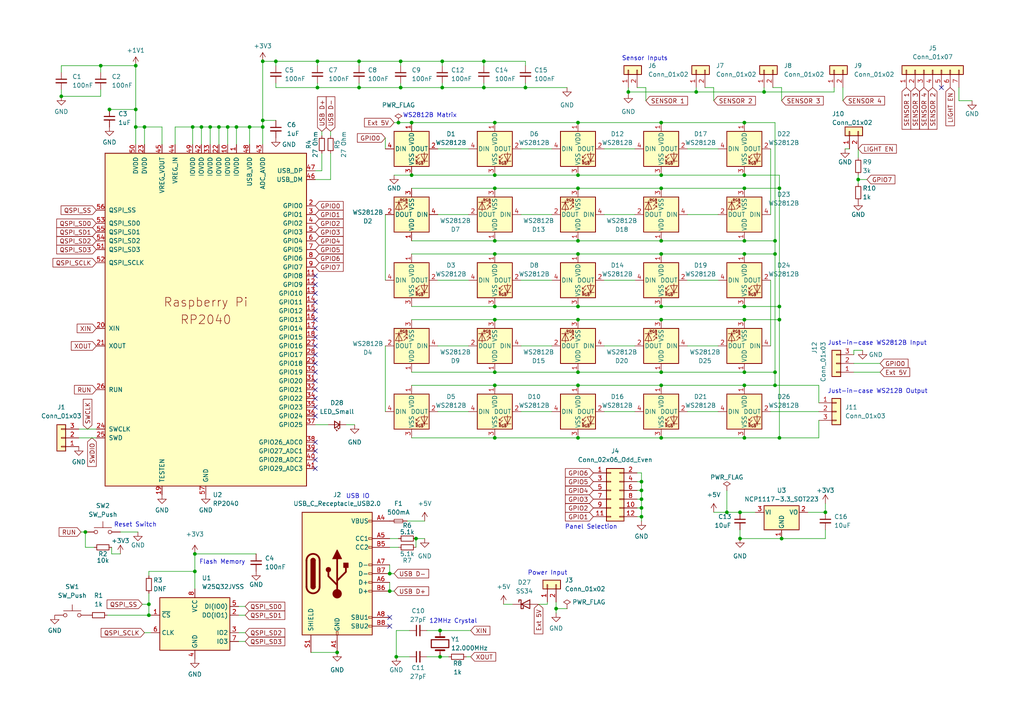
<source format=kicad_sch>
(kicad_sch (version 20230121) (generator eeschema)
  (paper "A4")
  (junction (at 140.335 25.4))
  (junction (at 55.88 36.83))
  (junction (at 167.64 92.71))
  (junction (at 226.06 127))
  (junction (at 191.77 73.66))
  (junction (at 104.14 25.4))
  (junction (at 68.58 36.83))
  (junction (at 215.9 35.56))
  (junction (at 191.77 35.56))
  (junction (at 215.9 54.61))
  (junction (at 143.51 50.8))
  (junction (at 58.42 36.83))
  (junction (at 161.29 176.53))
  (junction (at 113.03 166.37))
  (junction (at 116.205 25.4))
  (junction (at 215.9 111.76))
  (junction (at 215.9 50.8))
  (junction (at 167.64 54.61))
  (junction (at 167.64 50.8))
  (junction (at 127.635 190.5))
  (junction (at 119.38 35.56))
  (junction (at 60.96 36.83))
  (junction (at 201.93 26.67))
  (junction (at 186.055 147.32))
  (junction (at 143.51 69.85))
  (junction (at 39.37 19.05))
  (junction (at 113.03 171.45))
  (junction (at 191.77 88.9))
  (junction (at 116.205 17.78))
  (junction (at 143.51 88.9))
  (junction (at 143.51 73.66))
  (junction (at 143.51 127))
  (junction (at 214.63 148.59))
  (junction (at 215.9 73.66))
  (junction (at 39.37 31.75))
  (junction (at 215.9 92.71))
  (junction (at 115.57 35.56))
  (junction (at 17.78 27.94))
  (junction (at 43.18 175.26))
  (junction (at 72.39 36.83))
  (junction (at 210.82 148.59))
  (junction (at 143.51 107.95))
  (junction (at 127.635 182.88))
  (junction (at 167.64 69.85))
  (junction (at 191.77 92.71))
  (junction (at 215.9 69.85))
  (junction (at 143.51 54.61))
  (junction (at 215.9 127))
  (junction (at 41.91 36.83))
  (junction (at 128.27 17.78))
  (junction (at 143.51 35.56))
  (junction (at 24.765 154.305))
  (junction (at 215.9 107.95))
  (junction (at 31.75 31.75))
  (junction (at 29.21 19.05))
  (junction (at 128.27 25.4))
  (junction (at 80.01 17.78))
  (junction (at 63.5 36.83))
  (junction (at 224.79 107.95))
  (junction (at 76.2 34.925))
  (junction (at 191.77 111.76))
  (junction (at 167.64 88.9))
  (junction (at 66.04 36.83))
  (junction (at 191.77 127))
  (junction (at 56.515 160.655))
  (junction (at 143.51 111.76))
  (junction (at 97.79 189.23))
  (junction (at 226.06 88.9))
  (junction (at 39.37 36.83))
  (junction (at 191.77 50.8))
  (junction (at 186.055 144.78))
  (junction (at 104.14 17.78))
  (junction (at 221.615 26.67))
  (junction (at 239.395 148.59))
  (junction (at 56.515 165.735))
  (junction (at 114.935 190.5))
  (junction (at 186.055 149.86))
  (junction (at 92.075 25.4))
  (junction (at 224.79 73.66))
  (junction (at 226.695 156.21))
  (junction (at 43.18 178.435))
  (junction (at 226.06 54.61))
  (junction (at 140.335 17.78))
  (junction (at 92.075 17.78))
  (junction (at 76.2 17.78))
  (junction (at 226.06 92.71))
  (junction (at 215.9 88.9))
  (junction (at 224.79 69.85))
  (junction (at 186.055 139.7))
  (junction (at 214.63 156.21))
  (junction (at 167.64 107.95))
  (junction (at 167.64 35.56))
  (junction (at 119.38 50.8))
  (junction (at 120.65 156.21))
  (junction (at 248.92 52.07))
  (junction (at 224.79 111.76))
  (junction (at 186.055 142.24))
  (junction (at 167.64 111.76))
  (junction (at 152.4 25.4))
  (junction (at 191.77 54.61))
  (junction (at 182.245 26.67))
  (junction (at 143.51 92.71))
  (junction (at 167.64 127))
  (junction (at 167.64 73.66))
  (junction (at 191.77 107.95))
  (junction (at 191.77 69.85))
  (junction (at 76.2 36.83))
  (no_connect (at 91.44 115.57))
  (no_connect (at 91.44 102.87))
  (no_connect (at 91.44 80.01))
  (no_connect (at 91.44 100.33))
  (no_connect (at 91.44 128.27))
  (no_connect (at 91.44 135.89))
  (no_connect (at 113.03 181.61))
  (no_connect (at 91.44 105.41))
  (no_connect (at 91.44 110.49))
  (no_connect (at 113.03 179.07))
  (no_connect (at 91.44 82.55))
  (no_connect (at 91.44 97.79))
  (no_connect (at 91.44 92.71))
  (no_connect (at 91.44 113.03))
  (no_connect (at 91.44 90.17))
  (no_connect (at 91.44 133.35))
  (no_connect (at 91.44 95.25))
  (no_connect (at 91.44 85.09))
  (no_connect (at 273.05 25.4))
  (no_connect (at 91.44 120.65))
  (no_connect (at 91.44 87.63))
  (no_connect (at 91.44 130.81))
  (no_connect (at 91.44 118.11))
  (no_connect (at 91.44 107.95))
  (wire (pts (xy 186.055 139.7) (xy 186.055 137.16)))
  (wire (pts (xy 32.385 158.75) (xy 32.385 160.655)))
  (wire (pts (xy 237.49 111.76) (xy 224.79 111.76)))
  (wire (pts (xy 191.77 107.95) (xy 215.9 107.95)))
  (wire (pts (xy 152.4 17.78) (xy 152.4 19.05)))
  (wire (pts (xy 113.03 168.91) (xy 113.03 171.45)))
  (wire (pts (xy 191.77 92.71) (xy 215.9 92.71)))
  (wire (pts (xy 245.11 43.18) (xy 246.38 43.18)))
  (wire (pts (xy 92.075 24.13) (xy 92.075 25.4)))
  (wire (pts (xy 239.395 156.21) (xy 239.395 153.67)))
  (wire (pts (xy 201.93 26.67) (xy 201.93 25.4)))
  (wire (pts (xy 29.21 26.035) (xy 29.21 27.94)))
  (wire (pts (xy 69.215 175.895) (xy 71.12 175.895)))
  (wire (pts (xy 140.335 17.78) (xy 140.335 19.05)))
  (wire (pts (xy 31.75 32.385) (xy 31.75 31.75)))
  (wire (pts (xy 111.76 100.33) (xy 111.76 119.38)))
  (wire (pts (xy 66.04 36.83) (xy 68.58 36.83)))
  (wire (pts (xy 210.82 148.59) (xy 214.63 148.59)))
  (wire (pts (xy 114.935 190.5) (xy 118.745 190.5)))
  (wire (pts (xy 167.64 127) (xy 191.77 127)))
  (wire (pts (xy 43.815 178.435) (xy 43.18 178.435)))
  (wire (pts (xy 24.765 158.75) (xy 27.305 158.75)))
  (wire (pts (xy 215.9 35.56) (xy 224.79 35.56)))
  (wire (pts (xy 175.26 100.33) (xy 184.15 100.33)))
  (wire (pts (xy 237.49 116.84) (xy 237.49 111.76)))
  (wire (pts (xy 152.4 25.4) (xy 140.335 25.4)))
  (wire (pts (xy 128.27 17.78) (xy 128.27 19.05)))
  (wire (pts (xy 191.77 111.76) (xy 215.9 111.76)))
  (wire (pts (xy 186.055 144.78) (xy 186.055 147.32)))
  (wire (pts (xy 24.765 154.305) (xy 24.765 158.75)))
  (wire (pts (xy 161.29 176.53) (xy 164.465 176.53)))
  (wire (pts (xy 143.51 127) (xy 167.64 127)))
  (wire (pts (xy 116.205 17.78) (xy 116.205 19.05)))
  (wire (pts (xy 184.785 149.86) (xy 186.055 149.86)))
  (wire (pts (xy 123.825 190.5) (xy 127.635 190.5)))
  (wire (pts (xy 90.17 189.23) (xy 97.79 189.23)))
  (wire (pts (xy 63.5 36.83) (xy 63.5 41.91)))
  (wire (pts (xy 127 62.23) (xy 135.89 62.23)))
  (wire (pts (xy 167.64 69.85) (xy 191.77 69.85)))
  (wire (pts (xy 143.51 111.76) (xy 167.64 111.76)))
  (wire (pts (xy 186.055 147.32) (xy 186.055 149.86)))
  (wire (pts (xy 152.4 24.13) (xy 152.4 25.4)))
  (wire (pts (xy 207.01 25.4) (xy 204.47 25.4)))
  (wire (pts (xy 113.03 158.75) (xy 115.57 158.75)))
  (wire (pts (xy 226.06 127) (xy 237.49 127)))
  (wire (pts (xy 167.64 107.95) (xy 191.77 107.95)))
  (wire (pts (xy 167.64 54.61) (xy 191.77 54.61)))
  (wire (pts (xy 223.52 81.28) (xy 223.52 100.33)))
  (wire (pts (xy 41.91 36.83) (xy 41.91 41.91)))
  (wire (pts (xy 167.64 73.66) (xy 191.77 73.66)))
  (wire (pts (xy 248.92 52.07) (xy 248.92 53.34)))
  (wire (pts (xy 143.51 92.71) (xy 167.64 92.71)))
  (wire (pts (xy 92.075 25.4) (xy 80.01 25.4)))
  (wire (pts (xy 247.65 101.6) (xy 247.65 102.87)))
  (wire (pts (xy 95.885 44.45) (xy 95.885 52.07)))
  (wire (pts (xy 161.29 174.625) (xy 161.29 176.53)))
  (wire (pts (xy 234.315 148.59) (xy 239.395 148.59)))
  (wire (pts (xy 41.91 36.83) (xy 46.99 36.83)))
  (wire (pts (xy 104.14 17.78) (xy 116.205 17.78)))
  (wire (pts (xy 247.65 107.95) (xy 255.27 107.95)))
  (wire (pts (xy 278.13 25.4) (xy 278.13 29.21)))
  (wire (pts (xy 143.51 35.56) (xy 167.64 35.56)))
  (wire (pts (xy 210.82 142.24) (xy 210.82 148.59)))
  (wire (pts (xy 55.88 41.91) (xy 55.88 36.83)))
  (wire (pts (xy 186.055 149.86) (xy 186.055 151.13)))
  (wire (pts (xy 93.345 49.53) (xy 93.345 44.45)))
  (wire (pts (xy 113.03 156.21) (xy 115.57 156.21)))
  (wire (pts (xy 143.51 107.95) (xy 167.64 107.95)))
  (wire (pts (xy 191.77 88.9) (xy 215.9 88.9)))
  (wire (pts (xy 214.63 153.67) (xy 214.63 156.21)))
  (wire (pts (xy 151.13 43.18) (xy 160.02 43.18)))
  (wire (pts (xy 39.37 31.75) (xy 39.37 36.83)))
  (wire (pts (xy 182.245 26.67) (xy 182.245 27.305)))
  (wire (pts (xy 175.26 62.23) (xy 184.15 62.23)))
  (wire (pts (xy 80.01 17.78) (xy 92.075 17.78)))
  (wire (pts (xy 215.9 73.66) (xy 224.79 73.66)))
  (wire (pts (xy 143.51 69.85) (xy 167.64 69.85)))
  (wire (pts (xy 215.9 50.8) (xy 226.06 50.8)))
  (wire (pts (xy 215.9 111.76) (xy 224.79 111.76)))
  (wire (pts (xy 76.2 17.78) (xy 76.2 34.925)))
  (wire (pts (xy 186.055 142.24) (xy 186.055 144.78)))
  (wire (pts (xy 127 119.38) (xy 135.89 119.38)))
  (wire (pts (xy 199.39 62.23) (xy 208.28 62.23)))
  (wire (pts (xy 119.38 88.9) (xy 143.51 88.9)))
  (wire (pts (xy 191.77 69.85) (xy 215.9 69.85)))
  (wire (pts (xy 151.13 119.38) (xy 160.02 119.38)))
  (wire (pts (xy 56.515 160.655) (xy 74.295 160.655)))
  (wire (pts (xy 175.26 119.38) (xy 184.15 119.38)))
  (wire (pts (xy 167.64 92.71) (xy 191.77 92.71)))
  (wire (pts (xy 175.26 43.18) (xy 184.15 43.18)))
  (wire (pts (xy 113.03 163.83) (xy 113.03 166.37)))
  (wire (pts (xy 226.695 29.21) (xy 226.695 25.4)))
  (wire (pts (xy 116.205 17.78) (xy 128.27 17.78)))
  (wire (pts (xy 69.215 183.515) (xy 71.12 183.515)))
  (wire (pts (xy 223.52 119.38) (xy 237.49 119.38)))
  (wire (pts (xy 214.63 148.59) (xy 219.075 148.59)))
  (wire (pts (xy 119.38 107.95) (xy 143.51 107.95)))
  (wire (pts (xy 226.06 54.61) (xy 226.06 88.9)))
  (wire (pts (xy 226.06 88.9) (xy 215.9 88.9)))
  (wire (pts (xy 119.38 92.71) (xy 143.51 92.71)))
  (wire (pts (xy 164.465 25.4) (xy 152.4 25.4)))
  (wire (pts (xy 92.075 17.78) (xy 104.14 17.78)))
  (wire (pts (xy 151.13 100.33) (xy 160.02 100.33)))
  (wire (pts (xy 186.055 137.16) (xy 184.785 137.16)))
  (wire (pts (xy 123.19 151.13) (xy 118.11 151.13)))
  (wire (pts (xy 60.96 36.83) (xy 60.96 41.91)))
  (wire (pts (xy 224.79 69.85) (xy 224.79 73.66)))
  (wire (pts (xy 29.21 27.94) (xy 17.78 27.94)))
  (wire (pts (xy 114.3 50.8) (xy 119.38 50.8)))
  (wire (pts (xy 91.44 123.19) (xy 95.25 123.19)))
  (wire (pts (xy 237.49 127) (xy 237.49 121.92)))
  (wire (pts (xy 119.38 50.8) (xy 143.51 50.8)))
  (wire (pts (xy 248.92 50.8) (xy 248.92 52.07)))
  (wire (pts (xy 143.51 73.66) (xy 167.64 73.66)))
  (wire (pts (xy 56.515 165.735) (xy 56.515 170.815)))
  (wire (pts (xy 184.785 139.7) (xy 186.055 139.7)))
  (wire (pts (xy 167.64 50.8) (xy 191.77 50.8)))
  (wire (pts (xy 17.78 20.955) (xy 17.78 19.05)))
  (wire (pts (xy 143.51 88.9) (xy 167.64 88.9)))
  (wire (pts (xy 43.18 178.435) (xy 43.18 175.26)))
  (wire (pts (xy 91.44 49.53) (xy 93.345 49.53)))
  (wire (pts (xy 76.2 34.925) (xy 80.01 34.925)))
  (wire (pts (xy 39.37 19.05) (xy 39.37 31.75)))
  (wire (pts (xy 100.33 123.19) (xy 102.87 123.19)))
  (wire (pts (xy 43.18 165.735) (xy 56.515 165.735)))
  (wire (pts (xy 104.14 17.78) (xy 104.14 19.05)))
  (wire (pts (xy 191.77 73.66) (xy 215.9 73.66)))
  (wire (pts (xy 50.8 36.83) (xy 55.88 36.83)))
  (wire (pts (xy 248.92 52.07) (xy 251.46 52.07)))
  (wire (pts (xy 221.615 26.67) (xy 241.935 26.67)))
  (wire (pts (xy 226.06 127) (xy 215.9 127)))
  (wire (pts (xy 151.13 62.23) (xy 160.02 62.23)))
  (wire (pts (xy 114.3 35.56) (xy 115.57 35.56)))
  (wire (pts (xy 207.01 148.59) (xy 210.82 148.59)))
  (wire (pts (xy 113.03 171.45) (xy 114.3 171.45)))
  (wire (pts (xy 17.78 19.05) (xy 29.21 19.05)))
  (wire (pts (xy 167.64 88.9) (xy 191.77 88.9)))
  (wire (pts (xy 224.79 69.85) (xy 215.9 69.85)))
  (wire (pts (xy 127.635 182.88) (xy 136.525 182.88)))
  (wire (pts (xy 128.27 25.4) (xy 116.205 25.4)))
  (wire (pts (xy 72.39 36.83) (xy 76.2 36.83)))
  (wire (pts (xy 127.635 190.5) (xy 130.175 190.5)))
  (wire (pts (xy 186.055 139.7) (xy 186.055 142.24)))
  (wire (pts (xy 226.06 50.8) (xy 226.06 54.61)))
  (wire (pts (xy 60.96 36.83) (xy 63.5 36.83)))
  (wire (pts (xy 241.935 26.67) (xy 241.935 25.4)))
  (wire (pts (xy 214.63 156.21) (xy 226.695 156.21)))
  (wire (pts (xy 247.65 101.6) (xy 250.19 101.6)))
  (wire (pts (xy 182.245 25.4) (xy 182.245 26.67)))
  (wire (pts (xy 224.79 107.95) (xy 215.9 107.95)))
  (wire (pts (xy 248.92 43.18) (xy 248.92 45.72)))
  (wire (pts (xy 281.94 29.21) (xy 278.13 29.21)))
  (wire (pts (xy 104.14 24.13) (xy 104.14 25.4)))
  (wire (pts (xy 128.27 24.13) (xy 128.27 25.4)))
  (wire (pts (xy 184.785 147.32) (xy 186.055 147.32)))
  (wire (pts (xy 187.325 29.21) (xy 187.325 25.4)))
  (wire (pts (xy 119.38 54.61) (xy 143.51 54.61)))
  (wire (pts (xy 104.14 25.4) (xy 92.075 25.4)))
  (wire (pts (xy 56.515 160.655) (xy 56.515 165.735)))
  (wire (pts (xy 143.51 50.8) (xy 167.64 50.8)))
  (wire (pts (xy 161.29 177.8) (xy 161.29 176.53)))
  (wire (pts (xy 191.77 50.8) (xy 215.9 50.8)))
  (wire (pts (xy 91.44 52.07) (xy 95.885 52.07)))
  (wire (pts (xy 69.215 178.435) (xy 71.12 178.435)))
  (wire (pts (xy 215.9 54.61) (xy 226.06 54.61)))
  (wire (pts (xy 80.01 24.13) (xy 80.01 25.4)))
  (wire (pts (xy 119.38 127) (xy 143.51 127)))
  (wire (pts (xy 46.99 41.91) (xy 46.99 36.83)))
  (wire (pts (xy 201.93 26.67) (xy 221.615 26.67)))
  (wire (pts (xy 184.785 144.78) (xy 186.055 144.78)))
  (wire (pts (xy 221.615 26.67) (xy 221.615 25.4)))
  (wire (pts (xy 63.5 36.83) (xy 66.04 36.83)))
  (wire (pts (xy 184.785 142.24) (xy 186.055 142.24)))
  (wire (pts (xy 31.115 178.435) (xy 43.18 178.435)))
  (wire (pts (xy 247.65 105.41) (xy 255.27 105.41)))
  (wire (pts (xy 29.21 19.05) (xy 39.37 19.05)))
  (wire (pts (xy 123.825 182.88) (xy 127.635 182.88)))
  (wire (pts (xy 113.03 166.37) (xy 114.3 166.37)))
  (wire (pts (xy 226.695 156.21) (xy 239.395 156.21)))
  (wire (pts (xy 115.57 35.56) (xy 119.38 35.56)))
  (wire (pts (xy 223.52 43.18) (xy 223.52 62.23)))
  (wire (pts (xy 120.65 156.21) (xy 123.19 156.21)))
  (wire (pts (xy 224.79 111.76) (xy 224.79 107.95)))
  (wire (pts (xy 43.18 175.26) (xy 43.18 172.085)))
  (wire (pts (xy 69.215 186.055) (xy 71.12 186.055)))
  (wire (pts (xy 143.51 54.61) (xy 167.64 54.61)))
  (wire (pts (xy 114.935 182.88) (xy 118.745 182.88)))
  (wire (pts (xy 76.2 17.78) (xy 80.01 17.78)))
  (wire (pts (xy 39.37 36.83) (xy 41.91 36.83)))
  (wire (pts (xy 167.64 111.76) (xy 191.77 111.76)))
  (wire (pts (xy 128.27 17.78) (xy 140.335 17.78)))
  (wire (pts (xy 127 43.18) (xy 135.89 43.18)))
  (wire (pts (xy 167.64 35.56) (xy 191.77 35.56)))
  (wire (pts (xy 80.01 19.05) (xy 80.01 17.78)))
  (wire (pts (xy 182.245 26.67) (xy 201.93 26.67)))
  (wire (pts (xy 43.18 167.005) (xy 43.18 165.735)))
  (wire (pts (xy 119.38 35.56) (xy 143.51 35.56)))
  (wire (pts (xy 119.38 73.66) (xy 143.51 73.66)))
  (wire (pts (xy 92.075 17.78) (xy 92.075 19.05)))
  (wire (pts (xy 39.37 36.83) (xy 39.37 41.91)))
  (wire (pts (xy 68.58 36.83) (xy 72.39 36.83)))
  (wire (pts (xy 41.275 175.26) (xy 43.18 175.26)))
  (wire (pts (xy 93.345 39.37) (xy 93.345 38.1)))
  (wire (pts (xy 199.39 100.33) (xy 208.28 100.33)))
  (wire (pts (xy 116.205 25.4) (xy 104.14 25.4)))
  (wire (pts (xy 199.39 81.28) (xy 208.28 81.28)))
  (wire (pts (xy 95.885 39.37) (xy 95.885 38.1)))
  (wire (pts (xy 22.86 127) (xy 27.94 127)))
  (wire (pts (xy 39.37 18.415) (xy 39.37 19.05)))
  (wire (pts (xy 140.335 17.78) (xy 152.4 17.78)))
  (wire (pts (xy 136.525 190.5) (xy 135.255 190.5)))
  (wire (pts (xy 31.75 31.75) (xy 39.37 31.75)))
  (wire (pts (xy 58.42 36.83) (xy 60.96 36.83)))
  (wire (pts (xy 140.335 24.13) (xy 140.335 25.4)))
  (wire (pts (xy 226.06 92.71) (xy 226.06 127)))
  (wire (pts (xy 224.79 73.66) (xy 224.79 107.95)))
  (wire (pts (xy 226.06 88.9) (xy 226.06 92.71)))
  (wire (pts (xy 111.76 43.18) (xy 111.76 40.005)))
  (wire (pts (xy 207.01 29.21) (xy 207.01 25.4)))
  (wire (pts (xy 68.58 36.83) (xy 68.58 41.91)))
  (wire (pts (xy 41.91 183.515) (xy 43.815 183.515)))
  (wire (pts (xy 140.335 25.4) (xy 128.27 25.4)))
  (wire (pts (xy 55.88 36.83) (xy 58.42 36.83)))
  (wire (pts (xy 215.9 92.71) (xy 226.06 92.71)))
  (wire (pts (xy 156.21 175.26) (xy 158.75 175.26)))
  (wire (pts (xy 34.925 154.305) (xy 40.005 154.305)))
  (wire (pts (xy 244.475 25.4) (xy 244.475 29.21)))
  (wire (pts (xy 58.42 36.83) (xy 58.42 41.91)))
  (wire (pts (xy 111.76 62.23) (xy 111.76 81.28)))
  (wire (pts (xy 146.05 175.26) (xy 148.59 175.26)))
  (wire (pts (xy 76.2 36.83) (xy 76.2 41.91)))
  (wire (pts (xy 224.79 35.56) (xy 224.79 69.85)))
  (wire (pts (xy 127 81.28) (xy 135.89 81.28)))
  (wire (pts (xy 66.04 36.83) (xy 66.04 41.91)))
  (wire (pts (xy 114.935 190.5) (xy 114.935 182.88)))
  (wire (pts (xy 191.77 35.56) (xy 215.9 35.56)))
  (wire (pts (xy 29.21 19.05) (xy 29.21 20.955)))
  (wire (pts (xy 151.13 81.28) (xy 160.02 81.28)))
  (wire (pts (xy 119.38 111.76) (xy 143.51 111.76)))
  (wire (pts (xy 50.8 41.91) (xy 50.8 36.83)))
  (wire (pts (xy 158.75 174.625) (xy 158.75 175.26)))
  (wire (pts (xy 127 100.33) (xy 135.89 100.33)))
  (wire (pts (xy 199.39 119.38) (xy 208.28 119.38)))
  (wire (pts (xy 199.39 43.18) (xy 208.28 43.18)))
  (wire (pts (xy 23.495 154.305) (xy 24.765 154.305)))
  (wire (pts (xy 119.38 69.85) (xy 143.51 69.85)))
  (wire (pts (xy 17.78 26.035) (xy 17.78 27.94)))
  (wire (pts (xy 120.65 156.21) (xy 120.65 158.75)))
  (wire (pts (xy 175.26 81.28) (xy 184.15 81.28)))
  (wire (pts (xy 239.395 146.05) (xy 239.395 148.59)))
  (wire (pts (xy 76.2 36.83) (xy 76.2 34.925)))
  (wire (pts (xy 191.77 127) (xy 215.9 127)))
  (wire (pts (xy 226.695 25.4) (xy 224.155 25.4)))
  (wire (pts (xy 116.205 24.13) (xy 116.205 25.4)))
  (wire (pts (xy 22.86 124.46) (xy 27.94 124.46)))
  (wire (pts (xy 32.385 160.655) (xy 34.925 160.655)))
  (wire (pts (xy 191.77 54.61) (xy 215.9 54.61)))
  (wire (pts (xy 72.39 36.83) (xy 72.39 41.91)))
  (wire (pts (xy 187.325 25.4) (xy 184.785 25.4)))
  (text "Just-in-case WS212B Output " (at 240.03 114.3 0) (effects (font (size 1.27 1.27)) (justify left bottom)))
  (text "Reset Switch" (at 33.02 153.035 0) (effects (font (size 1.27 1.27)) (justify left bottom)))
  (text "Just-in-case WS2812B Input" (at 240.03 100.33 0) (effects (font (size 1.27 1.27)) (justify left bottom)))
  (text "Sensor Inputs" (at 180.34 17.78 0) (effects (font (size 1.27 1.27)) (justify left bottom)))
  (text "Power Input" (at 153.035 167.005 0) (effects (font (size 1.27 1.27)) (justify left bottom)))
  (text "USB IO" (at 100.33 144.78 0) (effects (font (size 1.27 1.27)) (justify left bottom)))
  (text "Flash Memory" (at 57.785 163.83 0) (effects (font (size 1.27 1.27)) (justify left bottom)))
  (text "Panel Selection" (at 163.83 153.67 0) (effects (font (size 1.27 1.27)) (justify left bottom)))
  (text "WS2812B Matrix" (at 116.84 34.29 0) (effects (font (size 1.27 1.27)) (justify left bottom)))
  (text "12MHz Crystal" (at 124.46 180.975 0) (effects (font (size 1.27 1.27)) (justify left bottom)))
  (global_label "USB D-" (shape input) (at 114.3 166.37 0) (property "Intersheetrefs" "${INTERSHEET_REFS}" (effects hide)))
  (global_label "Ext 5V" (shape input) (at 255.27 107.95 0) (property "Intersheetrefs" "${INTERSHEET_REFS}" (effects hide)))
  (global_label "QSPI_SD0" (shape input) (at 27.94 64.77 180) (property "Intersheetrefs" "${INTERSHEET_REFS}" (effects hide)))
  (global_label "QSPI_SS" (shape input) (at 27.94 60.96 180) (property "Intersheetrefs" "${INTERSHEET_REFS}" (effects hide)))
  (global_label "XOUT" (shape input) (at 27.94 100.33 180) (property "Intersheetrefs" "${INTERSHEET_REFS}" (effects hide)))
  (global_label "GPIO7" (shape input) (at 251.46 52.07 0) (property "Intersheetrefs" "${INTERSHEET_REFS}" (effects hide)))
  (global_label "GPIO6" (shape input) (at 172.085 137.16 180) (property "Intersheetrefs" "${INTERSHEET_REFS}" (effects hide)))
  (global_label "GPIO0" (shape input) (at 91.44 59.69 0) (property "Intersheetrefs" "${INTERSHEET_REFS}" (effects hide)))
  (global_label "LIGHT EN" (shape input) (at 248.92 43.18 0) (property "Intersheetrefs" "${INTERSHEET_REFS}" (effects hide)))
  (global_label "GPIO2" (shape input) (at 91.44 64.77 0) (property "Intersheetrefs" "${INTERSHEET_REFS}" (effects hide)))
  (global_label "QSPI_SCLK" (shape input) (at 27.94 76.2 180) (property "Intersheetrefs" "${INTERSHEET_REFS}" (effects hide)))
  (global_label "QSPI_SD3" (shape input) (at 71.12 186.055 0) (property "Intersheetrefs" "${INTERSHEET_REFS}" (effects hide)))
  (global_label "XIN" (shape input) (at 136.525 182.88 0) (property "Intersheetrefs" "${INTERSHEET_REFS}" (effects hide)))
  (global_label "GPIO0" (shape input) (at 255.27 105.41 0) (property "Intersheetrefs" "${INTERSHEET_REFS}" (effects hide)))
  (global_label "RUN" (shape input) (at 27.94 113.03 180) (property "Intersheetrefs" "${INTERSHEET_REFS}" (effects hide)))
  (global_label "SENSOR 4" (shape input) (at 267.97 25.4 270) (property "Intersheetrefs" "${INTERSHEET_REFS}" (effects hide)))
  (global_label "LIGHT EN" (shape input) (at 275.59 25.4 270) (property "Intersheetrefs" "${INTERSHEET_REFS}" (effects hide)))
  (global_label "QSPI_SD3" (shape input) (at 27.94 72.39 180) (property "Intersheetrefs" "${INTERSHEET_REFS}" (effects hide)))
  (global_label "GPIO1" (shape input) (at 91.44 62.23 0) (property "Intersheetrefs" "${INTERSHEET_REFS}" (effects hide)))
  (global_label "SWDIO" (shape input) (at 26.67 127 270) (property "Intersheetrefs" "${INTERSHEET_REFS}" (effects hide)))
  (global_label "RUN" (shape input) (at 23.495 154.305 180) (property "Intersheetrefs" "${INTERSHEET_REFS}" (effects hide)))
  (global_label "XIN" (shape input) (at 27.94 95.25 180) (property "Intersheetrefs" "${INTERSHEET_REFS}" (effects hide)))
  (global_label "GPIO2" (shape input) (at 172.085 147.32 180) (property "Intersheetrefs" "${INTERSHEET_REFS}" (effects hide)))
  (global_label "GPIO0" (shape input) (at 111.76 40.005 180) (property "Intersheetrefs" "${INTERSHEET_REFS}" (effects hide)))
  (global_label "SENSOR 1" (shape input) (at 262.89 25.4 270) (property "Intersheetrefs" "${INTERSHEET_REFS}" (effects hide)))
  (global_label "QSPI_SCLK" (shape input) (at 41.91 183.515 180) (property "Intersheetrefs" "${INTERSHEET_REFS}" (effects hide)))
  (global_label "SENSOR 3" (shape input) (at 265.43 25.4 270) (property "Intersheetrefs" "${INTERSHEET_REFS}" (effects hide)))
  (global_label "GPIO6" (shape input) (at 91.44 74.93 0) (property "Intersheetrefs" "${INTERSHEET_REFS}" (effects hide)))
  (global_label "USB D+" (shape input) (at 114.3 171.45 0) (property "Intersheetrefs" "${INTERSHEET_REFS}" (effects hide)))
  (global_label "GPIO3" (shape input) (at 91.44 67.31 0) (property "Intersheetrefs" "${INTERSHEET_REFS}" (effects hide)))
  (global_label "SENSOR 4" (shape input) (at 244.475 29.21 0) (property "Intersheetrefs" "${INTERSHEET_REFS}" (effects hide)))
  (global_label "GPIO4" (shape input) (at 172.085 142.24 180) (property "Intersheetrefs" "${INTERSHEET_REFS}" (effects hide)))
  (global_label "Ext 5V" (shape input) (at 114.3 35.56 180) (property "Intersheetrefs" "${INTERSHEET_REFS}" (effects hide)))
  (global_label "QSPI_SS" (shape input) (at 41.275 175.26 180) (property "Intersheetrefs" "${INTERSHEET_REFS}" (effects hide)))
  (global_label "SENSOR 1" (shape input) (at 187.325 29.21 0) (property "Intersheetrefs" "${INTERSHEET_REFS}" (effects hide)))
  (global_label "QSPI_SD1" (shape input) (at 71.12 178.435 0) (property "Intersheetrefs" "${INTERSHEET_REFS}" (effects hide)))
  (global_label "GPIO4" (shape input) (at 91.44 69.85 0) (property "Intersheetrefs" "${INTERSHEET_REFS}" (effects hide)))
  (global_label "QSPI_SD2" (shape input) (at 71.12 183.515 0) (property "Intersheetrefs" "${INTERSHEET_REFS}" (effects hide)))
  (global_label "QSPI_SD2" (shape input) (at 27.94 69.85 180) (property "Intersheetrefs" "${INTERSHEET_REFS}" (effects hide)))
  (global_label "SENSOR 2" (shape input) (at 270.51 25.4 270) (property "Intersheetrefs" "${INTERSHEET_REFS}" (effects hide)))
  (global_label "Ext 5V" (shape input) (at 156.21 175.26 270) (property "Intersheetrefs" "${INTERSHEET_REFS}" (effects hide)))
  (global_label "GPIO3" (shape input) (at 172.085 144.78 180) (property "Intersheetrefs" "${INTERSHEET_REFS}" (effects hide)))
  (global_label "SWCLK" (shape input) (at 25.4 124.46 90) (property "Intersheetrefs" "${INTERSHEET_REFS}" (effects hide)))
  (global_label "USB D-" (shape input) (at 95.885 38.1 90) (property "Intersheetrefs" "${INTERSHEET_REFS}" (effects hide)))
  (global_label "QSPI_SD0" (shape input) (at 71.12 175.895 0) (property "Intersheetrefs" "${INTERSHEET_REFS}" (effects hide)))
  (global_label "GPIO1" (shape input) (at 172.085 149.86 180) (property "Intersheetrefs" "${INTERSHEET_REFS}" (effects hide)))
  (global_label "GPIO5" (shape input) (at 172.085 139.7 180) (property "Intersheetrefs" "${INTERSHEET_REFS}" (effects hide)))
  (global_label "GPIO7" (shape input) (at 91.44 77.47 0) (property "Intersheetrefs" "${INTERSHEET_REFS}" (effects hide)))
  (global_label "QSPI_SD1" (shape input) (at 27.94 67.31 180) (property "Intersheetrefs" "${INTERSHEET_REFS}" (effects hide)))
  (global_label "USB D+" (shape input) (at 93.345 38.1 90) (property "Intersheetrefs" "${INTERSHEET_REFS}" (effects hide)))
  (global_label "GPIO5" (shape input) (at 91.44 72.39 0) (property "Intersheetrefs" "${INTERSHEET_REFS}" (effects hide)))
  (global_label "SENSOR 2" (shape input) (at 207.01 29.21 0) (property "Intersheetrefs" "${INTERSHEET_REFS}" (effects hide)))
  (global_label "SENSOR 3" (shape input) (at 226.695 29.21 0) (property "Intersheetrefs" "${INTERSHEET_REFS}" (effects hide)))
  (global_label "XOUT" (shape input) (at 136.525 190.5 0) (property "Intersheetrefs" "${INTERSHEET_REFS}" (effects hide)))
  (symbol (lib_id "LED:WS2812B") (at 119.38 81.28 0) (unit 1)
    (property "Reference" "D3" (at 130.81 76.9493 0))
    (property "Value" "WS2812B" (at 130.81 79.4893 0))
    (property "Footprint" "LED_SMD:LED_WS2812B_PLCC4_5.0x5.0mm_P3.2mm" (effects hide))
    (property "Datasheet" "https://cdn-shop.adafruit.com/datasheets/WS2812B.pdf" (effects hide))
    (property "LCSC" "C114586" (effects hide))
  )
  (symbol (lib_id "Device:Fuse_Small") (at 115.57 151.13 0) (unit 1)
    (property "Reference" "F1" (at 115.57 146.05 0))
    (property "Value" "500mA" (at 115.57 148.59 0))
    (property "Footprint" "Fuse:Fuse_1206_3216Metric_Pad1.42x1.75mm_HandSolder" (effects hide))
    (property "LCSC" "C70068" (effects hide))
  )
  (symbol (lib_id "LED:WS2812B") (at 143.51 43.18 0) (unit 1)
    (property "Reference" "D6" (at 154.94 38.8493 0))
    (property "Value" "WS2812B" (at 154.94 41.3893 0))
    (property "Footprint" "LED_SMD:LED_WS2812B_PLCC4_5.0x5.0mm_P3.2mm" (effects hide))
    (property "Datasheet" "https://cdn-shop.adafruit.com/datasheets/WS2812B.pdf" (effects hide))
    (property "LCSC" "C114586" (effects hide))
  )
  (symbol (lib_id "Device:C_Small") (at 239.395 151.13 0) (unit 1)
    (property "Reference" "C16" (at 241.935 149.8662 0) (effects (justify left)))
    (property "Value" "10uF" (at 241.935 152.4062 0) (effects (justify left)))
    (property "Footprint" "Capacitor_SMD:C_0402_1005Metric_Pad0.74x0.62mm_HandSolder" (effects hide))
    (property "LCSC" "C15525" (effects hide))
  )
  (symbol (lib_id "power:+3V3") (at 34.925 160.655 0) (unit 1)
    (property "Reference" "#PWR04" (effects hide))
    (property "Value" "+3V3" (at 34.925 156.845 0))
  )
  (symbol (lib_id "power:GND") (at 123.19 156.21 0) (unit 1)
    (property "Reference" "#PWR018" (effects hide))
    (property "Value" "GND" (at 123.19 161.29 0))
  )
  (symbol (lib_id "Device:C_Small") (at 80.01 37.465 0) (unit 1)
    (property "Reference" "C6" (at 83.185 36.2012 0) (effects (justify left)))
    (property "Value" "1uF" (at 83.185 38.7412 0) (effects (justify left)))
    (property "Footprint" "Capacitor_SMD:C_0402_1005Metric_Pad0.74x0.62mm_HandSolder" (effects hide))
    (property "LCSC" "C29266" (effects hide))
  )
  (symbol (lib_id "power:GND") (at 164.465 25.4 0) (unit 1)
    (property "Reference" "#PWR025" (effects hide))
    (property "Value" "GND" (at 164.465 30.48 0))
  )
  (symbol (lib_id "power:+1V1") (at 39.37 19.05 0) (unit 1)
    (property "Reference" "#PWR05" (effects hide))
    (property "Value" "+1V1" (at 39.37 14.605 0))
  )
  (symbol (lib_id "Connector_Generic:Conn_01x03") (at 242.57 119.38 0) (unit 1)
    (property "Reference" "J11" (at 245.11 118.1099 0) (effects (justify left)))
    (property "Value" "Conn_01x03" (at 245.11 120.6499 0) (effects (justify left)))
    (property "Footprint" "Connector_PinHeader_1.27mm:PinHeader_1x03_P1.27mm_Vertical" (effects hide))
  )
  (symbol (lib_id "power:+3V3") (at 56.515 160.655 0) (unit 1)
    (property "Reference" "#PWR08" (effects hide))
    (property "Value" "+3V3" (at 56.515 154.94 0))
  )
  (symbol (lib_id "power:PWR_FLAG") (at 210.82 142.24 0) (unit 1)
    (property "Reference" "#FLG01" (effects hide))
    (property "Value" "PWR_FLAG" (at 210.82 138.43 0))
  )
  (symbol (lib_id "power:+5V") (at 123.19 151.13 0) (unit 1)
    (property "Reference" "#PWR0110" (effects hide))
    (property "Value" "+5V" (at 123.19 146.05 0))
  )
  (symbol (lib_id "LED:WS2812B") (at 191.77 62.23 180) (unit 1)
    (property "Reference" "D18" (at 180.34 66.5607 0))
    (property "Value" "WS2812B" (at 180.34 64.0207 0))
    (property "Footprint" "LED_SMD:LED_WS2812B_PLCC4_5.0x5.0mm_P3.2mm" (effects hide))
    (property "Datasheet" "https://cdn-shop.adafruit.com/datasheets/WS2812B.pdf" (effects hide))
    (property "LCSC" "C114586" (effects hide))
  )
  (symbol (lib_id "LED:WS2812B") (at 143.51 100.33 180) (unit 1)
    (property "Reference" "D9" (at 132.08 104.6607 0))
    (property "Value" "WS2812B" (at 132.08 102.1207 0))
    (property "Footprint" "LED_SMD:LED_WS2812B_PLCC4_5.0x5.0mm_P3.2mm" (effects hide))
    (property "Datasheet" "https://cdn-shop.adafruit.com/datasheets/WS2812B.pdf" (effects hide))
    (property "LCSC" "C114586" (effects hide))
  )
  (symbol (lib_id "Device:C_Small") (at 74.295 163.195 0) (unit 1)
    (property "Reference" "C4" (at 76.835 161.925 0) (effects (justify left)))
    (property "Value" "100nF" (at 76.835 164.465 0) (effects (justify left)))
    (property "Footprint" "Capacitor_SMD:C_0402_1005Metric_Pad0.74x0.62mm_HandSolder" (effects hide))
    (property "LCSC" "C1525" (effects hide))
  )
  (symbol (lib_id "LED:WS2812B") (at 215.9 81.28 0) (unit 1)
    (property "Reference" "D24" (at 227.33 76.9493 0))
    (property "Value" "WS2812B" (at 227.33 79.4893 0))
    (property "Footprint" "LED_SMD:LED_WS2812B_PLCC4_5.0x5.0mm_P3.2mm" (effects hide))
    (property "Datasheet" "https://cdn-shop.adafruit.com/datasheets/WS2812B.pdf" (effects hide))
    (property "LCSC" "C114586" (effects hide))
  )
  (symbol (lib_id "LED:WS2812B") (at 167.64 43.18 0) (unit 1)
    (property "Reference" "D12" (at 179.07 38.8493 0))
    (property "Value" "WS2812B" (at 179.07 41.3893 0))
    (property "Footprint" "LED_SMD:LED_WS2812B_PLCC4_5.0x5.0mm_P3.2mm" (effects hide))
    (property "Datasheet" "https://cdn-shop.adafruit.com/datasheets/WS2812B.pdf" (effects hide))
    (property "LCSC" "C114586" (effects hide))
  )
  (symbol (lib_id "power:+5V") (at 207.01 148.59 0) (unit 1)
    (property "Reference" "#PWR0108" (effects hide))
    (property "Value" "+5V" (at 207.01 143.51 0))
  )
  (symbol (lib_id "LED:WS2812B") (at 191.77 119.38 0) (unit 1)
    (property "Reference" "D21" (at 203.2 115.0493 0))
    (property "Value" "WS2812B" (at 203.2 117.5893 0))
    (property "Footprint" "LED_SMD:LED_WS2812B_PLCC4_5.0x5.0mm_P3.2mm" (effects hide))
    (property "Datasheet" "https://cdn-shop.adafruit.com/datasheets/WS2812B.pdf" (effects hide))
    (property "LCSC" "C114586" (effects hide))
  )
  (symbol (lib_id "power:GND") (at 97.79 189.23 0) (unit 1)
    (property "Reference" "#PWR014" (effects hide))
    (property "Value" "GND" (at 97.79 194.31 0))
  )
  (symbol (lib_id "Switch:SW_Push") (at 20.955 178.435 0) (unit 1)
    (property "Reference" "SW1" (at 20.955 170.18 0))
    (property "Value" "SW_Push" (at 20.955 172.72 0))
    (property "Footprint" "Button_Switch_THT:SW_PUSH_6mm" (effects hide))
  )
  (symbol (lib_id "power:GND") (at 182.245 27.305 0) (unit 1)
    (property "Reference" "#PWR0103" (effects hide))
    (property "Value" "GND" (at 182.245 32.385 0))
  )
  (symbol (lib_id "power:GND") (at 80.01 40.005 0) (unit 1)
    (property "Reference" "#PWR013" (effects hide))
    (property "Value" "GND" (at 83.82 41.91 0))
  )
  (symbol (lib_id "Device:C_Small") (at 128.27 21.59 0) (unit 1)
    (property "Reference" "C12" (at 130.81 20.3262 0) (effects (justify left)))
    (property "Value" "100nF" (at 130.81 22.8662 0) (effects (justify left)))
    (property "Footprint" "Capacitor_SMD:C_0402_1005Metric_Pad0.74x0.62mm_HandSolder" (effects hide))
    (property "LCSC" "C1525" (effects hide))
  )
  (symbol (lib_id "Device:C_Small") (at 29.21 23.495 0) (unit 1)
    (property "Reference" "C2" (at 32.385 22.2312 0) (effects (justify left)))
    (property "Value" "100nF" (at 32.385 24.7712 0) (effects (justify left)))
    (property "Footprint" "Capacitor_SMD:C_0402_1005Metric_Pad0.74x0.62mm_HandSolder" (effects hide))
    (property "LCSC" "C1525" (effects hide))
  )
  (symbol (lib_id "Device:R_Small") (at 118.11 156.21 90) (unit 1)
    (property "Reference" "R6" (at 118.11 152.4 90))
    (property "Value" "5.1k" (at 118.11 154.305 90))
    (property "Footprint" "Resistor_SMD:R_0402_1005Metric_Pad0.72x0.64mm_HandSolder" (effects hide))
    (property "LCSC" "C25905" (effects hide))
  )
  (symbol (lib_id "Connector_Generic:Conn_01x02") (at 221.615 20.32 90) (unit 1)
    (property "Reference" "J8" (at 227.33 19.0499 90) (effects (justify right)))
    (property "Value" "Conn_01x02" (at 227.33 21.5899 90) (effects (justify right)))
    (property "Footprint" "Connector_Molex:Molex_Mini-Fit_Jr_5569-02A2_2x01_P4.20mm_Horizontal" (effects hide))
  )
  (symbol (lib_id "LED:WS2812B") (at 119.38 62.23 180) (unit 1)
    (property "Reference" "D2" (at 106.68 64.135 0))
    (property "Value" "WS2812B" (at 106.68 61.595 0))
    (property "Footprint" "LED_SMD:LED_WS2812B_PLCC4_5.0x5.0mm_P3.2mm" (effects hide))
    (property "Datasheet" "https://cdn-shop.adafruit.com/datasheets/WS2812B.pdf" (effects hide))
    (property "LCSC" "C114586" (effects hide))
  )
  (symbol (lib_id "power:GND") (at 250.19 101.6 0) (unit 1)
    (property "Reference" "#PWR0107" (effects hide))
    (property "Value" "GND" (at 254 102.87 0))
  )
  (symbol (lib_id "LED:WS2812B") (at 215.9 100.33 180) (unit 1)
    (property "Reference" "D25" (at 204.47 104.6607 0))
    (property "Value" "WS2812B" (at 204.47 102.1207 0))
    (property "Footprint" "LED_SMD:LED_WS2812B_PLCC4_5.0x5.0mm_P3.2mm" (effects hide))
    (property "Datasheet" "https://cdn-shop.adafruit.com/datasheets/WS2812B.pdf" (effects hide))
    (property "LCSC" "C114586" (effects hide))
  )
  (symbol (lib_id "Device:D_Schottky") (at 152.4 175.26 0) (unit 1)
    (property "Reference" "D27" (at 152.0825 168.91 0))
    (property "Value" "SS34" (at 152.0825 171.45 0))
    (property "Footprint" "Diode_SMD:D_SMA_Handsoldering" (effects hide))
  )
  (symbol (lib_id "LED:WS2812B") (at 167.64 100.33 180) (unit 1)
    (property "Reference" "D15" (at 156.21 104.6607 0))
    (property "Value" "WS2812B" (at 156.21 102.1207 0))
    (property "Footprint" "LED_SMD:LED_WS2812B_PLCC4_5.0x5.0mm_P3.2mm" (effects hide))
    (property "Datasheet" "https://cdn-shop.adafruit.com/datasheets/WS2812B.pdf" (effects hide))
    (property "LCSC" "C114586" (effects hide))
  )
  (symbol (lib_id "power:GND") (at 102.87 123.19 0) (unit 1)
    (property "Reference" "#PWR015" (effects hide))
    (property "Value" "GND" (at 102.87 128.27 0))
  )
  (symbol (lib_id "Device:C_Small") (at 121.285 190.5 90) (unit 1)
    (property "Reference" "C11" (at 121.285 193.675 90))
    (property "Value" "27pF" (at 121.285 196.215 90))
    (property "Footprint" "Capacitor_SMD:C_0402_1005Metric_Pad0.74x0.62mm_HandSolder" (effects hide))
    (property "LCSC" "C1557" (effects hide))
  )
  (symbol (lib_id "Device:R_Small") (at 132.715 190.5 90) (unit 1)
    (property "Reference" "R8" (at 132.715 192.405 90))
    (property "Value" "1k" (at 132.715 194.945 90))
    (property "Footprint" "Resistor_SMD:R_0402_1005Metric_Pad0.72x0.64mm_HandSolder" (effects hide))
    (property "LCSC" "C106235" (effects hide))
  )
  (symbol (lib_id "Connector_Generic:Conn_01x02") (at 201.93 20.32 90) (unit 1)
    (property "Reference" "J7" (at 207.645 19.0499 90) (effects (justify right)))
    (property "Value" "Conn_01x02" (at 207.645 21.5899 90) (effects (justify right)))
    (property "Footprint" "Connector_Molex:Molex_Mini-Fit_Jr_5569-02A2_2x01_P4.20mm_Horizontal" (effects hide))
  )
  (symbol (lib_id "LED:WS2812B") (at 167.64 119.38 0) (unit 1)
    (property "Reference" "D16" (at 179.07 115.0493 0))
    (property "Value" "WS2812B" (at 179.07 117.5893 0))
    (property "Footprint" "LED_SMD:LED_WS2812B_PLCC4_5.0x5.0mm_P3.2mm" (effects hide))
    (property "Datasheet" "https://cdn-shop.adafruit.com/datasheets/WS2812B.pdf" (effects hide))
    (property "LCSC" "C114586" (effects hide))
  )
  (symbol (lib_id "Connector_Generic:Conn_01x02") (at 241.935 20.32 90) (unit 1)
    (property "Reference" "J9" (at 247.65 19.0499 90) (effects (justify right)))
    (property "Value" "Conn_01x02" (at 247.65 21.5899 90) (effects (justify right)))
    (property "Footprint" "Connector_Molex:Molex_Mini-Fit_Jr_5569-02A2_2x01_P4.20mm_Horizontal" (effects hide))
  )
  (symbol (lib_id "LED:WS2812B") (at 143.51 81.28 0) (unit 1)
    (property "Reference" "D8" (at 154.94 76.9493 0))
    (property "Value" "WS2812B" (at 154.94 79.4893 0))
    (property "Footprint" "LED_SMD:LED_WS2812B_PLCC4_5.0x5.0mm_P3.2mm" (effects hide))
    (property "Datasheet" "https://cdn-shop.adafruit.com/datasheets/WS2812B.pdf" (effects hide))
    (property "LCSC" "C114586" (effects hide))
  )
  (symbol (lib_id "Device:C_Small") (at 140.335 21.59 0) (unit 1)
    (property "Reference" "C14" (at 143.51 20.3262 0) (effects (justify left)))
    (property "Value" "100nF" (at 143.51 22.8662 0) (effects (justify left)))
    (property "Footprint" "Capacitor_SMD:C_0402_1005Metric_Pad0.74x0.62mm_HandSolder" (effects hide))
    (property "LCSC" "C1525" (effects hide))
  )
  (symbol (lib_id "Device:C_Small") (at 116.205 21.59 0) (unit 1)
    (property "Reference" "C9" (at 119.38 20.3262 0) (effects (justify left)))
    (property "Value" "100nF" (at 119.38 22.8662 0) (effects (justify left)))
    (property "Footprint" "Capacitor_SMD:C_0402_1005Metric_Pad0.74x0.62mm_HandSolder" (effects hide))
    (property "LCSC" "C1525" (effects hide))
  )
  (symbol (lib_id "power:GND") (at 56.515 191.135 0) (unit 1)
    (property "Reference" "#PWR09" (effects hide))
    (property "Value" "GND" (at 56.515 195.58 0))
  )
  (symbol (lib_id "power:GND") (at 161.29 177.8 0) (unit 1)
    (property "Reference" "#PWR023" (effects hide))
    (property "Value" "GND" (at 161.29 182.245 0))
  )
  (symbol (lib_id "Connector_Generic:Conn_02x06_Odd_Even") (at 177.165 142.24 0) (unit 1)
    (property "Reference" "J4" (at 178.435 130.81 0))
    (property "Value" "Conn_02x06_Odd_Even" (at 178.435 133.35 0))
    (property "Footprint" "Connector_PinHeader_2.54mm:PinHeader_2x06_P2.54mm_Vertical" (effects hide))
  )
  (symbol (lib_id "Device:LED_Small") (at 97.79 123.19 180) (unit 1)
    (property "Reference" "D28" (at 97.7265 116.84 0))
    (property "Value" "LED_Small" (at 97.7265 119.38 0))
    (property "Footprint" "LED_SMD:LED_0805_2012Metric_Pad1.15x1.40mm_HandSolder" (effects hide))
  )
  (symbol (lib_id "Device:C_Small") (at 104.14 21.59 0) (unit 1)
    (property "Reference" "C8" (at 106.68 20.3262 0) (effects (justify left)))
    (property "Value" "100nF" (at 106.68 22.8662 0) (effects (justify left)))
    (property "Footprint" "Capacitor_SMD:C_0402_1005Metric_Pad0.74x0.62mm_HandSolder" (effects hide))
    (property "LCSC" "C1525" (effects hide))
  )
  (symbol (lib_id "LED:WS2812B") (at 215.9 62.23 180) (unit 1)
    (property "Reference" "D23" (at 227.33 56.4005 0))
    (property "Value" "WS2812B" (at 227.33 58.9405 0))
    (property "Footprint" "LED_SMD:LED_WS2812B_PLCC4_5.0x5.0mm_P3.2mm" (effects hide))
    (property "Datasheet" "https://cdn-shop.adafruit.com/datasheets/WS2812B.pdf" (effects hide))
    (property "LCSC" "C114586" (effects hide))
  )
  (symbol (lib_id "LED:WS2812B") (at 215.9 119.38 0) (unit 1)
    (property "Reference" "D26" (at 227.33 115.0493 0))
    (property "Value" "WS2812B" (at 227.33 117.5893 0))
    (property "Footprint" "LED_SMD:LED_WS2812B_PLCC4_5.0x5.0mm_P3.2mm" (effects hide))
    (property "Datasheet" "https://cdn-shop.adafruit.com/datasheets/WS2812B.pdf" (effects hide))
    (property "LCSC" "C114586" (effects hide))
  )
  (symbol (lib_id "Device:C_Small") (at 121.285 182.88 90) (unit 1)
    (property "Reference" "C10" (at 121.285 177.165 90))
    (property "Value" "27pF" (at 121.285 179.705 90))
    (property "Footprint" "Capacitor_SMD:C_0402_1005Metric_Pad0.74x0.62mm_HandSolder" (effects hide))
    (property "LCSC" "C1557" (effects hide))
  )
  (symbol (lib_id "power:GND") (at 59.69 143.51 0) (unit 1)
    (property "Reference" "#PWR010" (effects hide))
    (property "Value" "GND" (at 59.69 147.955 0))
  )
  (symbol (lib_id "Device:R_Small") (at 28.575 178.435 90) (unit 1)
    (property "Reference" "R1" (at 28.575 172.72 90))
    (property "Value" "1k" (at 28.575 175.26 90))
    (property "Footprint" "Resistor_SMD:R_0402_1005Metric_Pad0.72x0.64mm_HandSolder" (effects hide))
    (property "LCSC" "C106235" (effects hide))
  )
  (symbol (lib_id "power:PWR_FLAG") (at 164.465 176.53 0) (unit 1)
    (property "Reference" "#FLG0101" (effects hide))
    (property "Value" "PWR_FLAG" (at 170.815 174.625 0))
  )
  (symbol (lib_id "power:GND") (at 74.295 165.735 0) (unit 1)
    (property "Reference" "#PWR011" (effects hide))
    (property "Value" "GND" (at 74.295 169.545 0))
  )
  (symbol (lib_id "Connector_Generic:Conn_01x02") (at 158.75 169.545 90) (unit 1)
    (property "Reference" "J3" (at 163.83 168.2749 90) (effects (justify right)))
    (property "Value" "Conn_01x02" (at 163.83 170.8149 90) (effects (justify right)))
    (property "Footprint" "Connector_JST:JST_XH_S2B-XH-A-1_1x02_P2.50mm_Horizontal" (effects hide))
  )
  (symbol (lib_id "power:GND") (at 114.935 190.5 0) (unit 1)
    (property "Reference" "#PWR017" (effects hide))
    (property "Value" "GND" (at 114.935 194.31 0))
  )
  (symbol (lib_id "Connector_Generic:Conn_01x03") (at 17.78 127 180) (unit 1)
    (property "Reference" "J1" (at 17.78 118.11 0))
    (property "Value" "Conn_01x03" (at 17.78 120.65 0))
    (property "Footprint" "Connector_PinHeader_2.54mm:PinHeader_1x03_P2.54mm_Vertical" (effects hide))
  )
  (symbol (lib_id "Device:R_Small") (at 118.11 158.75 270) (unit 1)
    (property "Reference" "R7" (at 118.11 162.56 90))
    (property "Value" "5.1k" (at 118.11 160.655 90))
    (property "Footprint" "Resistor_SMD:R_0402_1005Metric_Pad0.72x0.64mm_HandSolder" (effects hide))
    (property "LCSC" "C25905" (effects hide))
  )
  (symbol (lib_id "power:PWR_FLAG") (at 115.57 35.56 0) (unit 1)
    (property "Reference" "#FLG0102" (effects hide))
    (property "Value" "PWR_FLAG" (at 115.57 30.48 0))
  )
  (symbol (lib_id "LED:WS2812B") (at 215.9 43.18 0) (unit 1)
    (property "Reference" "D22" (at 227.33 38.8493 0))
    (property "Value" "WS2812B" (at 227.33 41.3893 0))
    (property "Footprint" "LED_SMD:LED_WS2812B_PLCC4_5.0x5.0mm_P3.2mm" (effects hide))
    (property "Datasheet" "https://cdn-shop.adafruit.com/datasheets/WS2812B.pdf" (effects hide))
    (property "LCSC" "C114586" (effects hide))
  )
  (symbol (lib_id "LED:WS2812B") (at 167.64 81.28 0) (unit 1)
    (property "Reference" "D14" (at 179.07 76.9493 0))
    (property "Value" "WS2812B" (at 179.07 79.4893 0))
    (property "Footprint" "LED_SMD:LED_WS2812B_PLCC4_5.0x5.0mm_P3.2mm" (effects hide))
    (property "Datasheet" "https://cdn-shop.adafruit.com/datasheets/WS2812B.pdf" (effects hide))
    (property "LCSC" "C114586" (effects hide))
  )
  (symbol (lib_id "power:GND") (at 17.78 27.94 0) (unit 1)
    (property "Reference" "#PWR02" (effects hide))
    (property "Value" "GND" (at 17.78 32.385 0))
  )
  (symbol (lib_id "power:GND") (at 31.75 36.83 0) (unit 1)
    (property "Reference" "#PWR0101" (effects hide))
    (property "Value" "GND" (at 31.75 41.275 0))
  )
  (symbol (lib_id "power:+5V") (at 146.05 175.26 0) (unit 1)
    (property "Reference" "#PWR0109" (effects hide))
    (property "Value" "+5V" (at 146.05 170.18 0))
  )
  (symbol (lib_id "power:GND") (at 15.875 178.435 0) (unit 1)
    (property "Reference" "#PWR01" (effects hide))
    (property "Value" "GND" (at 15.875 182.88 0))
  )
  (symbol (lib_id "Regulator_Linear:NCP1117-3.3_SOT223") (at 226.695 148.59 0) (unit 1)
    (property "Reference" "U3" (at 226.695 142.24 0))
    (property "Value" "NCP1117-3.3_SOT223" (at 226.695 144.78 0))
    (property "Footprint" "Package_TO_SOT_SMD:SOT-223-3_TabPin2" (effects hide))
    (property "Datasheet" "http://www.onsemi.com/pub_link/Collateral/NCP1117-D.PDF" (effects hide))
    (property "LCSC" "C146799" (effects hide))
  )
  (symbol (lib_id "MCU_RaspberryPi_RP2040:RP2040") (at 59.69 92.71 0) (unit 1)
    (property "Reference" "U2" (at 61.7094 143.51 0) (effects (justify left)))
    (property "Value" "RP2040" (at 61.7094 146.05 0) (effects (justify left)))
    (property "Footprint" "RP2040_minimal:RP2040-QFN-56" (effects hide))
    (property "LCSC" "C2040" (effects hide))
  )
  (symbol (lib_id "Device:R_Small") (at 248.92 48.26 0) (unit 1)
    (property "Reference" "R9" (at 250.19 46.99 0) (effects (justify left)))
    (property "Value" "3k" (at 250.19 49.53 0) (effects (justify left)))
    (property "Footprint" "Resistor_SMD:R_0402_1005Metric_Pad0.72x0.64mm_HandSolder" (effects hide))
    (property "LCSC" "C321432" (effects hide))
  )
  (symbol (lib_id "Connector_Generic:Conn_01x02") (at 246.38 38.1 90) (unit 1)
    (property "Reference" "J10" (at 241.3 33.02 90) (effects (justify right)))
    (property "Value" "Conn_01x02" (at 241.3 35.56 90) (effects (justify right)))
    (property "Footprint" "Connector_PinHeader_2.54mm:PinHeader_1x02_P2.54mm_Horizontal" (effects hide))
  )
  (symbol (lib_id "power:GND") (at 245.11 43.18 0) (unit 1)
    (property "Reference" "#PWR0106" (effects hide))
    (property "Value" "GND" (at 245.11 46.99 0))
  )
  (symbol (lib_id "power:GND") (at 186.055 151.13 0) (unit 1)
    (property "Reference" "#PWR027" (effects hide))
    (property "Value" "GND" (at 186.055 155.575 0))
  )
  (symbol (lib_id "Device:R_Small") (at 248.92 55.88 0) (unit 1)
    (property "Reference" "R10" (at 250.19 54.61 0) (effects (justify left)))
    (property "Value" "1k" (at 250.19 57.15 0) (effects (justify left)))
    (property "Footprint" "Resistor_SMD:R_0402_1005Metric_Pad0.72x0.64mm_HandSolder" (effects hide))
    (property "LCSC" "C106235" (effects hide))
  )
  (symbol (lib_id "Device:C_Small") (at 80.01 21.59 0) (unit 1)
    (property "Reference" "C5" (at 82.55 20.3262 0) (effects (justify left)))
    (property "Value" "100nF" (at 82.55 22.8662 0) (effects (justify left)))
    (property "Footprint" "Capacitor_SMD:C_0402_1005Metric_Pad0.74x0.62mm_HandSolder" (effects hide))
    (property "LCSC" "C1525" (effects hide))
  )
  (symbol (lib_id "power:GND") (at 22.86 129.54 0) (unit 1)
    (property "Reference" "#PWR03" (effects hide))
    (property "Value" "GND" (at 22.86 133.985 0))
  )
  (symbol (lib_id "Device:Crystal") (at 127.635 186.69 90) (unit 1)
    (property "Reference" "Y1" (at 130.81 185.42 90) (effects (justify right)))
    (property "Value" "12.000MHz" (at 130.81 187.96 90) (effects (justify right)))
    (property "Footprint" "Crystal:Crystal_HC49-4H_Vertical" (effects hide))
  )
  (symbol (lib_id "power:GND") (at 46.99 143.51 0) (unit 1)
    (property "Reference" "#PWR07" (effects hide))
    (property "Value" "GND" (at 46.99 147.955 0))
  )
  (symbol (lib_id "LED:WS2812B") (at 143.51 119.38 0) (unit 1)
    (property "Reference" "D10" (at 154.94 115.0493 0))
    (property "Value" "WS2812B" (at 154.94 117.5893 0))
    (property "Footprint" "LED_SMD:LED_WS2812B_PLCC4_5.0x5.0mm_P3.2mm" (effects hide))
    (property "Datasheet" "https://cdn-shop.adafruit.com/datasheets/WS2812B.pdf" (effects hide))
    (property "LCSC" "C114586" (effects hide))
  )
  (symbol (lib_id "Connector_Generic:Conn_01x02") (at 182.245 20.32 90) (unit 1)
    (property "Reference" "J6" (at 187.96 19.0499 90) (effects (justify right)))
    (property "Value" "Conn_01x02" (at 187.96 21.5899 90) (effects (justify right)))
    (property "Footprint" "Connector_Molex:Molex_Mini-Fit_Jr_5569-02A2_2x01_P4.20mm_Horizontal" (effects hide))
  )
  (symbol (lib_id "Device:C_Small") (at 92.075 21.59 0) (unit 1)
    (property "Reference" "C7" (at 95.25 20.3262 0) (effects (justify left)))
    (property "Value" "100nF" (at 95.25 22.8662 0) (effects (justify left)))
    (property "Footprint" "Capacitor_SMD:C_0402_1005Metric_Pad0.74x0.62mm_HandSolder" (effects hide))
    (property "LCSC" "C1525" (effects hide))
  )
  (symbol (lib_id "Device:C_Small") (at 31.75 34.29 0) (unit 1)
    (property "Reference" "C3" (at 34.29 33.0262 0) (effects (justify left)))
    (property "Value" "1uF" (at 34.29 35.5662 0) (effects (justify left)))
    (property "Footprint" "Capacitor_SMD:C_0402_1005Metric_Pad0.74x0.62mm_HandSolder" (effects hide))
    (property "LCSC" "C29266" (effects hide))
  )
  (symbol (lib_id "Connector_Generic:Conn_01x03") (at 242.57 105.41 180) (unit 1)
    (property "Reference" "J12" (at 236.22 99.06 90) (effects (justify left)))
    (property "Value" "Conn_01x03" (at 238.76 99.06 90) (effects (justify left)))
    (property "Footprint" "Connector_PinHeader_1.27mm:PinHeader_1x03_P1.27mm_Vertical" (effects hide))
  )
  (symbol (lib_id "power:GND") (at 40.005 154.305 0) (unit 1)
    (property "Reference" "#PWR06" (effects hide))
    (property "Value" "GND" (at 40.005 158.115 0))
  )
  (symbol (lib_id "power:+3V3") (at 239.395 146.05 0) (unit 1)
    (property "Reference" "#PWR024" (effects hide))
    (property "Value" "+3V3" (at 239.395 142.24 0))
  )
  (symbol (lib_id "Device:C_Small") (at 214.63 151.13 0) (unit 1)
    (property "Reference" "C13" (at 208.28 149.86 0) (effects (justify left)))
    (property "Value" "10uF" (at 212.09 152.4 0) (effects (justify right)))
    (property "Footprint" "Capacitor_SMD:C_0402_1005Metric_Pad0.74x0.62mm_HandSolder" (effects hide))
    (property "LCSC" "C15525" (effects hide))
  )
  (symbol (lib_id "LED:WS2812B") (at 119.38 100.33 180) (unit 1)
    (property "Reference" "D4" (at 106.68 102.235 0))
    (property "Value" "WS2812B" (at 106.68 99.695 0))
    (property "Footprint" "LED_SMD:LED_WS2812B_PLCC4_5.0x5.0mm_P3.2mm" (effects hide))
    (property "Datasheet" "https://cdn-shop.adafruit.com/datasheets/WS2812B.pdf" (effects hide))
    (property "LCSC" "C114586" (effects hide))
  )
  (symbol (lib_id "power:GND") (at 114.3 50.8 0) (unit 1)
    (property "Reference" "#PWR016" (effects hide))
    (property "Value" "GND" (at 114.3 54.61 0))
  )
  (symbol (lib_id "LED:WS2812B") (at 119.38 119.38 0) (unit 1)
    (property "Reference" "D5" (at 130.81 115.0493 0))
    (property "Value" "WS2812B" (at 130.81 117.5893 0))
    (property "Footprint" "LED_SMD:LED_WS2812B_PLCC4_5.0x5.0mm_P3.2mm" (effects hide))
    (property "Datasheet" "https://cdn-shop.adafruit.com/datasheets/WS2812B.pdf" (effects hide))
    (property "LCSC" "C114586" (effects hide))
  )
  (symbol (lib_id "LED:WS2812B") (at 191.77 100.33 180) (unit 1)
    (property "Reference" "D20" (at 180.34 104.6607 0))
    (property "Value" "WS2812B" (at 180.34 102.1207 0))
    (property "Footprint" "LED_SMD:LED_WS2812B_PLCC4_5.0x5.0mm_P3.2mm" (effects hide))
    (property "Datasheet" "https://cdn-shop.adafruit.com/datasheets/WS2812B.pdf" (effects hide))
    (property "LCSC" "C114586" (effects hide))
  )
  (symbol (lib_id "Switch:SW_Push") (at 29.845 154.305 0) (unit 1)
    (property "Reference" "SW2" (at 29.845 146.685 0))
    (property "Value" "SW_Push" (at 29.845 149.225 0))
    (property "Footprint" "Button_Switch_THT:SW_PUSH_6mm" (effects hide))
  )
  (symbol (lib_id "LED:WS2812B") (at 143.51 62.23 180) (unit 1)
    (property "Reference" "D7" (at 132.08 66.5607 0))
    (property "Value" "WS2812B" (at 132.08 64.0207 0))
    (property "Footprint" "LED_SMD:LED_WS2812B_PLCC4_5.0x5.0mm_P3.2mm" (effects hide))
    (property "Datasheet" "https://cdn-shop.adafruit.com/datasheets/WS2812B.pdf" (effects hide))
    (property "LCSC" "C114586" (effects hide))
  )
  (symbol (lib_id "Connector_Generic:Conn_01x07") (at 270.51 20.32 90) (unit 1)
    (property "Reference" "J5" (at 270.51 13.97 90))
    (property "Value" "Conn_01x07" (at 270.51 16.51 90))
    (property "Footprint" "35312-XX60:35312-0760" (effects hide))
  )
  (symbol (lib_id "Device:C_Small") (at 152.4 21.59 0) (unit 1)
    (property "Reference" "C15" (at 154.94 20.3262 0) (effects (justify left)))
    (property "Value" "100nF" (at 154.94 22.8662 0) (effects (justify left)))
    (property "Footprint" "Capacitor_SMD:C_0402_1005Metric_Pad0.74x0.62mm_HandSolder" (effects hide))
    (property "LCSC" "C1525" (effects hide))
  )
  (symbol (lib_id "LED:WS2812B") (at 119.38 43.18 0) (unit 1)
    (property "Reference" "D1" (at 130.81 38.8493 0))
    (property "Value" "WS2812B" (at 130.81 41.3893 0))
    (property "Footprint" "LED_SMD:LED_WS2812B_PLCC4_5.0x5.0mm_P3.2mm" (effects hide))
    (property "Datasheet" "https://cdn-shop.adafruit.com/datasheets/WS2812B.pdf" (effects hide))
    (property "LCSC" "C114586" (effects hide))
  )
  (symbol (lib_id "power:+3V3") (at 76.2 17.78 0) (unit 1)
    (property "Reference" "#PWR012" (effects hide))
    (property "Value" "+3V3" (at 76.2 13.335 0))
  )
  (symbol (lib_id "Device:C_Small") (at 17.78 23.495 0) (unit 1)
    (property "Reference" "C1" (at 20.955 22.2312 0) (effects (justify left)))
    (property "Value" "100nF" (at 20.955 24.7712 0) (effects (justify left)))
    (property "Footprint" "Capacitor_SMD:C_0402_1005Metric_Pad0.74x0.62mm_HandSolder" (effects hide))
    (property "LCSC" "C1525" (effects hide))
  )
  (symbol (lib_id "power:GND") (at 214.63 156.21 0) (unit 1)
    (property "Reference" "#PWR020" (effects hide))
    (property "Value" "GND" (at 214.63 161.29 0))
  )
  (symbol (lib_id "LED:WS2812B") (at 191.77 43.18 0) (unit 1)
    (property "Reference" "D17" (at 203.2 38.8493 0))
    (property "Value" "WS2812B" (at 203.2 41.3893 0))
    (property "Footprint" "LED_SMD:LED_WS2812B_PLCC4_5.0x5.0mm_P3.2mm" (effects hide))
    (property "Datasheet" "https://cdn-shop.adafruit.com/datasheets/WS2812B.pdf" (effects hide))
    (property "LCSC" "C114586" (effects hide))
  )
  (symbol (lib_id "power:GND") (at 248.92 58.42 0) (unit 1)
    (property "Reference" "#PWR0105" (effects hide))
    (property "Value" "GND" (at 248.92 62.23 0))
  )
  (symbol (lib_id "Memory_Flash:W25Q32JVSS") (at 56.515 180.975 0) (unit 1)
    (property "Reference" "U1" (at 58.5344 167.64 0) (effects (justify left)))
    (property "Value" "W25Q32JVSS" (at 58.5344 170.18 0) (effects (justify left)))
    (property "Footprint" "Package_SO:SOIC-8_5.23x5.23mm_P1.27mm" (effects hide))
    (property "Datasheet" "http://www.winbond.com/resource-files/w25q32jv%20revg%2003272018%20plus.pdf" (effects hide))
    (property "LCSC" "C82344" (effects hide))
  )
  (symbol (lib_id "power:GND") (at 281.94 29.21 0) (unit 1)
    (property "Reference" "#PWR0104" (effects hide))
    (property "Value" "GND" (at 281.94 33.02 0))
  )
  (symbol (lib_id "LED:WS2812B") (at 191.77 81.28 0) (unit 1)
    (property "Reference" "D19" (at 203.2 76.9493 0))
    (property "Value" "WS2812B" (at 203.2 79.4893 0))
    (property "Footprint" "LED_SMD:LED_WS2812B_PLCC4_5.0x5.0mm_P3.2mm" (effects hide))
    (property "Datasheet" "https://cdn-shop.adafruit.com/datasheets/WS2812B.pdf" (effects hide))
    (property "LCSC" "C114586" (effects hide))
  )
  (symbol (lib_id "Device:R_Small") (at 93.345 41.91 180) (unit 1)
    (property "Reference" "R4" (at 89.535 41.91 90))
    (property "Value" "27 Ohm" (at 91.44 41.91 90))
    (property "Footprint" "Resistor_SMD:R_0402_1005Metric_Pad0.72x0.64mm_HandSolder" (effects hide))
    (property "LCSC" "C2909343" (effects hide))
  )
  (symbol (lib_id "Connector:USB_C_Receptacle_USB2.0") (at 97.79 166.37 0) (unit 1)
    (property "Reference" "J2" (at 97.79 143.51 0))
    (property "Value" "USB_C_Receptacle_USB2.0" (at 97.79 146.05 0))
    (property "Footprint" "Connector_USB:USB_C_Receptacle_GCT_USB4085" (effects hide))
    (property "Datasheet" "https://www.usb.org/sites/default/files/documents/usb_type-c.zip" (effects hide))
  )
  (symbol (lib_id "Device:R_Small") (at 95.885 41.91 180) (unit 1)
    (property "Reference" "R5" (at 97.79 41.91 90))
    (property "Value" "27 Ohm" (at 99.695 41.91 90))
    (property "Footprint" "Resistor_SMD:R_0402_1005Metric_Pad0.72x0.64mm_HandSolder" (effects hide))
    (property "LCSC" "C2909343" (effects hide))
  )
  (symbol (lib_id "Device:R_Small") (at 43.18 169.545 0) (unit 1)
    (property "Reference" "R3" (at 44.45 168.275 0) (effects (justify left)))
    (property "Value" "DNF" (at 44.45 170.815 0) (effects (justify left)))
    (property "Footprint" "Resistor_SMD:R_0402_1005Metric_Pad0.72x0.64mm_HandSolder" (effects hide))
  )
  (symbol (lib_id "Device:R_Small") (at 29.845 158.75 270) (unit 1)
    (property "Reference" "R2" (at 29.845 160.655 90))
    (property "Value" "10k" (at 29.845 162.56 90))
    (property "Footprint" "Resistor_SMD:R_0402_1005Metric_Pad0.72x0.64mm_HandSolder" (effects hide))
    (property "LCSC" "C60490" (effects hide))
  )
  (symbol (lib_id "LED:WS2812B") (at 167.64 62.23 180) (unit 1)
    (property "Reference" "D13" (at 156.21 66.5607 0))
    (property "Value" "WS2812B" (at 156.21 64.0207 0))
    (property "Footprint" "LED_SMD:LED_WS2812B_PLCC4_5.0x5.0mm_P3.2mm" (effects hide))
    (property "Datasheet" "https://cdn-shop.adafruit.com/datasheets/WS2812B.pdf" (effects hide))
    (property "LCSC" "C114586" (effects hide))
  )
)
</source>
